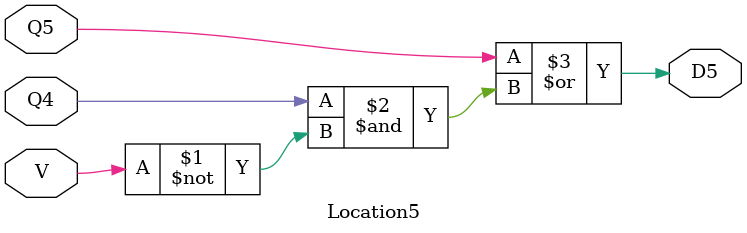
<source format=v>
`timescale 1ns / 1ps


module Location5(input V, Q4, Q5, output D5);

    assign D5 = Q5 | (Q4 & ~V);

endmodule

</source>
